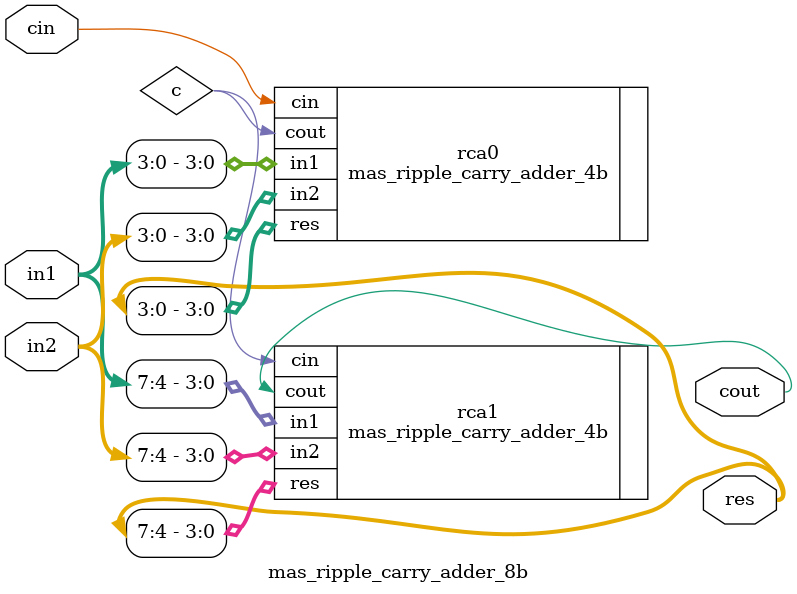
<source format=sv>

module mas_ripple_carry_adder_8b (
  input  [7:0] in1,
  input  [7:0] in2,
  input        cin,
  output       cout,
  output [7:0] res
);

wire        c  ;

mas_ripple_carry_adder_4b 
rca0 
(
.in1(in1[3:0]), 
.in2(in2[3:0]), 
.cin(cin), 
.cout(c), 
.res(res[3:0])
);

mas_ripple_carry_adder_4b 
rca1 
(
.in1(in1[7:4]), 
.in2(in2[7:4]), 
.cin(c), 
.cout(cout), 
.res(res[7:4])
);

endmodule



</source>
